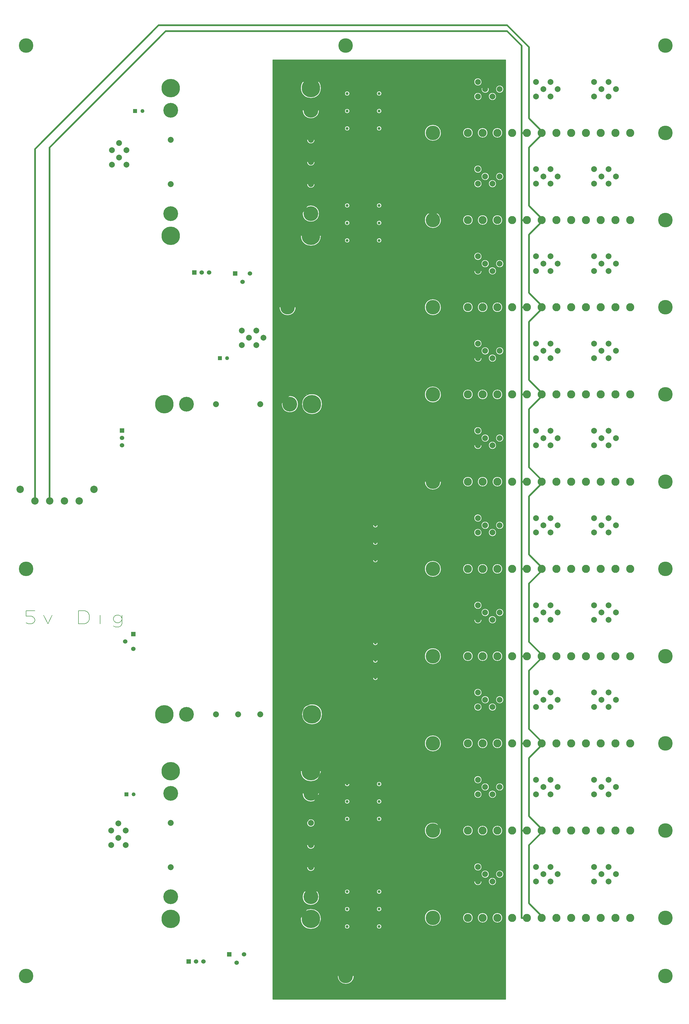
<source format=gbr>
%FSLAX23Y23*%
%MOIN*%
G04 EasyPC Gerber Version 18.0.6 Build 3620 *
%ADD20R,0.05200X0.05200*%
%ADD90R,0.06000X0.06000*%
%ADD16C,0.00500*%
%ADD10C,0.01200*%
%ADD102C,0.02362*%
%ADD27C,0.04000*%
%ADD21C,0.05200*%
%ADD88C,0.05906*%
%ADD91C,0.06000*%
%ADD23C,0.07874*%
%ADD18C,0.08000*%
%ADD15C,0.10000*%
%ADD96C,0.11000*%
%ADD17C,0.19685*%
%ADD19C,0.20000*%
%ADD89C,0.25000*%
X0Y0D02*
D02*
D10*
X6896Y12801D02*
X3746D01*
Y85*
X6896*
Y12801*
X3829Y9455D02*
G75*
G02X4057I114D01*
G01*
G75*
G02X3829I-114*
G01*
X3974Y8259D02*
G75*
G02Y8027J-116D01*
G01*
G75*
G02Y8259J116*
G01*
X4117Y1171D02*
G75*
G02X4399I141D01*
G01*
G75*
G02X4117I-141*
G01*
Y3171D02*
G75*
G02X4399I141D01*
G01*
G75*
G02X4117I-141*
G01*
Y10423D02*
G75*
G02X4399I141D01*
G01*
G75*
G02X4117I-141*
G01*
Y12423D02*
G75*
G02X4399I141D01*
G01*
G75*
G02X4117I-141*
G01*
X4142Y1471D02*
G75*
G02X4374I116D01*
G01*
G75*
G02X4142I-116*
G01*
Y2871D02*
G75*
G02X4374I116D01*
G01*
G75*
G02X4142I-116*
G01*
Y10723D02*
G75*
G02X4374I116D01*
G01*
G75*
G02X4142I-116*
G01*
Y12123D02*
G75*
G02X4374I116D01*
G01*
G75*
G02X4142I-116*
G01*
X4202Y1871D02*
G75*
G02X4314I56D01*
G01*
G75*
G02X4202I-56*
G01*
Y2171D02*
G75*
G02X4314I56D01*
G01*
G75*
G02X4202I-56*
G01*
Y2471D02*
G75*
G02X4314I56D01*
G01*
G75*
G02X4202I-56*
G01*
Y11123D02*
G75*
G02X4314I56D01*
G01*
G75*
G02X4202I-56*
G01*
Y11423D02*
G75*
G02X4314I56D01*
G01*
G75*
G02X4202I-56*
G01*
Y11723D02*
G75*
G02X4314I56D01*
G01*
G75*
G02X4202I-56*
G01*
X4274Y4084D02*
G75*
G02Y3802J-141D01*
G01*
G75*
G02Y4084J141*
G01*
Y8284D02*
G75*
G02Y8002J-141D01*
G01*
G75*
G02Y8284J141*
G01*
X4616Y400D02*
G75*
G02X4845I114D01*
G01*
G75*
G02X4616I-114*
G01*
X4714Y1069D02*
G75*
G02X4786I36D01*
G01*
G75*
G02X4714I-36*
G01*
Y1305D02*
G75*
G02X4786I36D01*
G01*
G75*
G02X4714I-36*
G01*
Y1541D02*
G75*
G02X4786I36D01*
G01*
G75*
G02X4714I-36*
G01*
Y2526D02*
G75*
G02X4786I36D01*
G01*
G75*
G02X4714I-36*
G01*
Y2762D02*
G75*
G02X4786I36D01*
G01*
G75*
G02X4714I-36*
G01*
Y2998D02*
G75*
G02X4786I36D01*
G01*
G75*
G02X4714I-36*
G01*
Y10360D02*
G75*
G02X4786I36D01*
G01*
G75*
G02X4714I-36*
G01*
Y10597D02*
G75*
G02X4786I36D01*
G01*
G75*
G02X4714I-36*
G01*
Y10833D02*
G75*
G02X4786I36D01*
G01*
G75*
G02X4714I-36*
G01*
Y11876D02*
G75*
G02X4786I36D01*
G01*
G75*
G02X4714I-36*
G01*
Y12112D02*
G75*
G02X4786I36D01*
G01*
G75*
G02X4714I-36*
G01*
Y12349D02*
G75*
G02X4786I36D01*
G01*
G75*
G02X4714I-36*
G01*
X5096Y4435D02*
G75*
G02X5168I36D01*
G01*
G75*
G02X5096I-36*
G01*
Y4671D02*
G75*
G02X5168I36D01*
G01*
G75*
G02X5096I-36*
G01*
Y4908D02*
G75*
G02X5168I36D01*
G01*
G75*
G02X5096I-36*
G01*
Y6030D02*
G75*
G02X5168I36D01*
G01*
G75*
G02X5096I-36*
G01*
Y6266D02*
G75*
G02X5168I36D01*
G01*
G75*
G02X5096I-36*
G01*
Y6502D02*
G75*
G02X5168I36D01*
G01*
G75*
G02X5096I-36*
G01*
X5147Y1069D02*
G75*
G02X5219I36D01*
G01*
G75*
G02X5147I-36*
G01*
Y1305D02*
G75*
G02X5219I36D01*
G01*
G75*
G02X5147I-36*
G01*
Y1541D02*
G75*
G02X5219I36D01*
G01*
G75*
G02X5147I-36*
G01*
Y2526D02*
G75*
G02X5219I36D01*
G01*
G75*
G02X5147I-36*
G01*
Y2762D02*
G75*
G02X5219I36D01*
G01*
G75*
G02X5147I-36*
G01*
Y2998D02*
G75*
G02X5219I36D01*
G01*
G75*
G02X5147I-36*
G01*
Y10360D02*
G75*
G02X5219I36D01*
G01*
G75*
G02X5147I-36*
G01*
Y10597D02*
G75*
G02X5219I36D01*
G01*
G75*
G02X5147I-36*
G01*
Y10833D02*
G75*
G02X5219I36D01*
G01*
G75*
G02X5147I-36*
G01*
Y11876D02*
G75*
G02X5219I36D01*
G01*
G75*
G02X5147I-36*
G01*
Y12112D02*
G75*
G02X5219I36D01*
G01*
G75*
G02X5147I-36*
G01*
Y12349D02*
G75*
G02X5219I36D01*
G01*
G75*
G02X5147I-36*
G01*
X5797Y1187D02*
G75*
G02X6026I114D01*
G01*
G75*
G02X5797I-114*
G01*
Y2368D02*
G75*
G02X6026I114D01*
G01*
G75*
G02X5797I-114*
G01*
Y3549D02*
G75*
G02X6026I114D01*
G01*
G75*
G02X5797I-114*
G01*
Y4730D02*
G75*
G02X6026I114D01*
G01*
G75*
G02X5797I-114*
G01*
Y5912D02*
G75*
G02X6026I114D01*
G01*
G75*
G02X5797I-114*
G01*
Y7093D02*
G75*
G02X6026I114D01*
G01*
G75*
G02X5797I-114*
G01*
Y8274D02*
G75*
G02X6026I114D01*
G01*
G75*
G02X5797I-114*
G01*
Y9455D02*
G75*
G02X6026I114D01*
G01*
G75*
G02X5797I-114*
G01*
Y10636D02*
G75*
G02X6026I114D01*
G01*
G75*
G02X5797I-114*
G01*
Y11817D02*
G75*
G02X6026I114D01*
G01*
G75*
G02X5797I-114*
G01*
X6386Y1116D02*
G75*
G02Y1258J71D01*
G01*
G75*
G02Y1116J-71*
G01*
Y2297D02*
G75*
G02Y2439J71D01*
G01*
G75*
G02Y2297J-71*
G01*
Y3478D02*
G75*
G02Y3620J71D01*
G01*
G75*
G02Y3478J-71*
G01*
Y4659D02*
G75*
G02Y4801J71D01*
G01*
G75*
G02Y4659J-71*
G01*
Y5841D02*
G75*
G02Y5983J71D01*
G01*
G75*
G02Y5841J-71*
G01*
Y7022D02*
G75*
G02Y7164J71D01*
G01*
G75*
G02Y7022J-71*
G01*
Y8203D02*
G75*
G02Y8345J71D01*
G01*
G75*
G02Y8203J-71*
G01*
Y9384D02*
G75*
G02Y9526J71D01*
G01*
G75*
G02Y9384J-71*
G01*
Y10565D02*
G75*
G02Y10707J71D01*
G01*
G75*
G02Y10565J-71*
G01*
Y11746D02*
G75*
G02Y11888J71D01*
G01*
G75*
G02Y11746J-71*
G01*
X6466Y1679D02*
G75*
G02X6577I55D01*
G01*
G75*
G02X6466I-55*
G01*
Y1876D02*
G75*
G02X6577I55D01*
G01*
G75*
G02X6466I-55*
G01*
Y2860D02*
G75*
G02X6577I55D01*
G01*
G75*
G02X6466I-55*
G01*
Y3057D02*
G75*
G02X6577I55D01*
G01*
G75*
G02X6466I-55*
G01*
Y4041D02*
G75*
G02X6577I55D01*
G01*
G75*
G02X6466I-55*
G01*
Y4238D02*
G75*
G02X6577I55D01*
G01*
G75*
G02X6466I-55*
G01*
Y5223D02*
G75*
G02X6577I55D01*
G01*
G75*
G02X6466I-55*
G01*
Y5419D02*
G75*
G02X6577I55D01*
G01*
G75*
G02X6466I-55*
G01*
Y6404D02*
G75*
G02X6577I55D01*
G01*
G75*
G02X6466I-55*
G01*
Y6600D02*
G75*
G02X6577I55D01*
G01*
G75*
G02X6466I-55*
G01*
Y7585D02*
G75*
G02X6577I55D01*
G01*
G75*
G02X6466I-55*
G01*
Y7782D02*
G75*
G02X6577I55D01*
G01*
G75*
G02X6466I-55*
G01*
Y8766D02*
G75*
G02X6577I55D01*
G01*
G75*
G02X6466I-55*
G01*
Y8963D02*
G75*
G02X6577I55D01*
G01*
G75*
G02X6466I-55*
G01*
Y9947D02*
G75*
G02X6577I55D01*
G01*
G75*
G02X6466I-55*
G01*
Y10144D02*
G75*
G02X6577I55D01*
G01*
G75*
G02X6466I-55*
G01*
Y11128D02*
G75*
G02X6577I55D01*
G01*
G75*
G02X6466I-55*
G01*
Y11325D02*
G75*
G02X6577I55D01*
G01*
G75*
G02X6466I-55*
G01*
Y12309D02*
G75*
G02X6577I55D01*
G01*
G75*
G02X6466I-55*
G01*
Y12506D02*
G75*
G02X6577I55D01*
G01*
G75*
G02X6466I-55*
G01*
X6565Y1778D02*
G75*
G02X6676I55D01*
G01*
G75*
G02X6565I-55*
G01*
Y2959D02*
G75*
G02X6676I55D01*
G01*
G75*
G02X6565I-55*
G01*
Y4140D02*
G75*
G02X6676I55D01*
G01*
G75*
G02X6565I-55*
G01*
Y5321D02*
G75*
G02X6676I55D01*
G01*
G75*
G02X6565I-55*
G01*
Y6502D02*
G75*
G02X6676I55D01*
G01*
G75*
G02X6565I-55*
G01*
Y7683D02*
G75*
G02X6676I55D01*
G01*
G75*
G02X6565I-55*
G01*
Y8864D02*
G75*
G02X6676I55D01*
G01*
G75*
G02X6565I-55*
G01*
Y10045D02*
G75*
G02X6676I55D01*
G01*
G75*
G02X6565I-55*
G01*
Y11226D02*
G75*
G02X6676I55D01*
G01*
G75*
G02X6565I-55*
G01*
Y12408D02*
G75*
G02X6676I55D01*
G01*
G75*
G02X6565I-55*
G01*
X6586Y1116D02*
G75*
G02Y1258J71D01*
G01*
G75*
G02Y1116J-71*
G01*
Y2297D02*
G75*
G02Y2439J71D01*
G01*
G75*
G02Y2297J-71*
G01*
Y3478D02*
G75*
G02Y3620J71D01*
G01*
G75*
G02Y3478J-71*
G01*
Y4659D02*
G75*
G02Y4801J71D01*
G01*
G75*
G02Y4659J-71*
G01*
Y5841D02*
G75*
G02Y5983J71D01*
G01*
G75*
G02Y5841J-71*
G01*
Y7022D02*
G75*
G02Y7164J71D01*
G01*
G75*
G02Y7022J-71*
G01*
Y8203D02*
G75*
G02Y8345J71D01*
G01*
G75*
G02Y8203J-71*
G01*
Y9384D02*
G75*
G02Y9526J71D01*
G01*
G75*
G02Y9384J-71*
G01*
Y10565D02*
G75*
G02Y10707J71D01*
G01*
G75*
G02Y10565J-71*
G01*
Y11746D02*
G75*
G02Y11888J71D01*
G01*
G75*
G02Y11746J-71*
G01*
X6663Y1679D02*
G75*
G02X6774I55D01*
G01*
G75*
G02X6663I-55*
G01*
Y2860D02*
G75*
G02X6774I55D01*
G01*
G75*
G02X6663I-55*
G01*
Y4041D02*
G75*
G02X6774I55D01*
G01*
G75*
G02X6663I-55*
G01*
Y5223D02*
G75*
G02X6774I55D01*
G01*
G75*
G02X6663I-55*
G01*
Y6404D02*
G75*
G02X6774I55D01*
G01*
G75*
G02X6663I-55*
G01*
Y7585D02*
G75*
G02X6774I55D01*
G01*
G75*
G02X6663I-55*
G01*
Y8766D02*
G75*
G02X6774I55D01*
G01*
G75*
G02X6663I-55*
G01*
Y9947D02*
G75*
G02X6774I55D01*
G01*
G75*
G02X6663I-55*
G01*
Y11128D02*
G75*
G02X6774I55D01*
G01*
G75*
G02X6663I-55*
G01*
Y12309D02*
G75*
G02X6774I55D01*
G01*
G75*
G02X6663I-55*
G01*
X6762Y1778D02*
G75*
G02X6872I55D01*
G01*
G75*
G02X6762I-55*
G01*
Y2959D02*
G75*
G02X6872I55D01*
G01*
G75*
G02X6762I-55*
G01*
Y4140D02*
G75*
G02X6872I55D01*
G01*
G75*
G02X6762I-55*
G01*
Y5321D02*
G75*
G02X6872I55D01*
G01*
G75*
G02X6762I-55*
G01*
Y6502D02*
G75*
G02X6872I55D01*
G01*
G75*
G02X6762I-55*
G01*
Y7683D02*
G75*
G02X6872I55D01*
G01*
G75*
G02X6762I-55*
G01*
Y8864D02*
G75*
G02X6872I55D01*
G01*
G75*
G02X6762I-55*
G01*
Y10045D02*
G75*
G02X6872I55D01*
G01*
G75*
G02X6762I-55*
G01*
Y11226D02*
G75*
G02X6872I55D01*
G01*
G75*
G02X6762I-55*
G01*
Y12408D02*
G75*
G02X6872I55D01*
G01*
G75*
G02X6762I-55*
G01*
X6786Y1116D02*
G75*
G02Y1258J71D01*
G01*
G75*
G02Y1116J-71*
G01*
Y2297D02*
G75*
G02Y2439J71D01*
G01*
G75*
G02Y2297J-71*
G01*
Y3478D02*
G75*
G02Y3620J71D01*
G01*
G75*
G02Y3478J-71*
G01*
Y4659D02*
G75*
G02Y4801J71D01*
G01*
G75*
G02Y4659J-71*
G01*
Y5841D02*
G75*
G02Y5983J71D01*
G01*
G75*
G02Y5841J-71*
G01*
Y7022D02*
G75*
G02Y7164J71D01*
G01*
G75*
G02Y7022J-71*
G01*
Y8203D02*
G75*
G02Y8345J71D01*
G01*
G75*
G02Y8203J-71*
G01*
Y9384D02*
G75*
G02Y9526J71D01*
G01*
G75*
G02Y9384J-71*
G01*
Y10565D02*
G75*
G02Y10707J71D01*
G01*
G75*
G02Y10565J-71*
G01*
Y11746D02*
G75*
G02Y11888J71D01*
G01*
G75*
G02Y11746J-71*
G01*
X3746Y9455D02*
G36*
Y8963D01*
X6466*
G75*
G02X6577I55*
G01*
X6896*
Y9455*
X6857*
G75*
G02X6786Y9384I-71*
G01*
G75*
G02X6715Y9455J71*
G01*
X6657*
G75*
G02X6586Y9384I-71*
G01*
G75*
G02X6515Y9455J71*
G01*
X6457*
G75*
G02X6386Y9384I-71*
G01*
G75*
G02X6315Y9455J71*
G01*
X6026*
G75*
G02X5797I-114*
G01*
X4057*
G75*
G02X3829I-114*
G01*
X3746*
G37*
X3829D02*
G36*
G75*
G02X4057I114D01*
G01*
X5797*
G75*
G02X6026I114*
G01*
X6315*
G75*
G02X6386Y9526I71*
G01*
G75*
G02X6457Y9455J-71*
G01*
X6515*
G75*
G02X6586Y9526I71*
G01*
G75*
G02X6657Y9455J-71*
G01*
X6715*
G75*
G02X6786Y9526I71*
G01*
G75*
G02X6857Y9455J-71*
G01*
X6896*
Y9947*
X6774*
G75*
G02X6663I-55*
G01*
X6577*
G75*
G02X6466I-55*
G01*
X3746*
Y9455*
X3829*
G37*
X3746Y8143D02*
G36*
Y7782D01*
X6466*
G75*
G02X6577I55*
G01*
X6896*
Y8143*
X4415*
G75*
G02X4274Y8002I-141*
G01*
G75*
G02X4133Y8143J141*
G01*
X4090*
G75*
G02X3974Y8027I-116*
G01*
G75*
G02X3858Y8143J116*
G01*
X3746*
G37*
X3858D02*
G36*
G75*
G02X3974Y8259I116D01*
G01*
G75*
G02X4090Y8143J-116*
G01*
X4133*
G75*
G02X4221Y8274I141*
G01*
X3746*
Y8143*
X3858*
G37*
X6896D02*
G36*
Y8274D01*
X6857*
G75*
G02X6786Y8203I-71*
G01*
G75*
G02X6715Y8274J71*
G01*
X6657*
G75*
G02X6586Y8203I-71*
G01*
G75*
G02X6515Y8274J71*
G01*
X6457*
G75*
G02X6386Y8203I-71*
G01*
G75*
G02X6315Y8274J71*
G01*
X6026*
G75*
G02X5797I-114*
G01*
X4327*
G75*
G02X4415Y8143I-53J-131*
G01*
X6896*
G37*
X3746Y1171D02*
G36*
Y1069D01*
X4161*
G75*
G02X4117Y1171I97J102*
G01*
X3746*
G37*
X4117D02*
G36*
G75*
G02X4214Y1305I141D01*
G01*
X3746*
Y1171*
X4117*
G37*
X4399D02*
G36*
G75*
G02X4355Y1069I-141D01*
G01*
X4714*
G75*
G02X4786I36*
G01*
X5147*
G75*
G02X5219I36*
G01*
X6896*
Y1171*
X6856*
G75*
G02X6786Y1116I-69J16*
G01*
G75*
G02X6717Y1171J71*
G01*
X6656*
G75*
G02X6586Y1116I-69J16*
G01*
G75*
G02X6517Y1171J71*
G01*
X6456*
G75*
G02X6386Y1116I-69J16*
G01*
G75*
G02X6317Y1171J71*
G01*
X6025*
G75*
G02X5798I-113J16*
G01*
X4399*
G37*
X5798D02*
G36*
G75*
G02X5797Y1187I113J16D01*
G01*
G75*
G02X6026I114*
G01*
G75*
G02X6025Y1171I-114J0*
G01*
X6317*
G75*
G02X6386Y1258I69J16*
G01*
G75*
G02X6456Y1171J-71*
G01*
X6517*
G75*
G02X6586Y1258I69J16*
G01*
G75*
G02X6656Y1171J-71*
G01*
X6717*
G75*
G02X6786Y1258I69J16*
G01*
G75*
G02X6856Y1171J-71*
G01*
X6896*
Y1305*
X5219*
G75*
G02X5147I-36*
G01*
X4786*
G75*
G02X4714I-36*
G01*
X4302*
G75*
G02X4399Y1171I-44J-134*
G01*
X5798*
G37*
X3746Y3171D02*
G36*
Y3057D01*
X4175*
G75*
G02X4117Y3171I83J114*
G01*
X3746*
G37*
X4117D02*
G36*
G75*
G02X4399I141D01*
G01*
X6896*
Y3549*
X6857*
G75*
G02X6786Y3478I-71*
G01*
G75*
G02X6715Y3549J71*
G01*
X6657*
G75*
G02X6586Y3478I-71*
G01*
G75*
G02X6515Y3549J71*
G01*
X6457*
G75*
G02X6386Y3478I-71*
G01*
G75*
G02X6315Y3549J71*
G01*
X6026*
G75*
G02X5797I-114*
G01*
X3746*
Y3171*
X4117*
G37*
X4399D02*
G36*
G75*
G02X4341Y3057I-141D01*
G01*
X6466*
G75*
G02X6577I55*
G01*
X6896*
Y3171*
X4399*
G37*
X3746Y10423D02*
G36*
Y10360D01*
X4132*
G75*
G02X4117Y10423I126J63*
G01*
X3746*
G37*
X4117D02*
G36*
G75*
G02X4399I141D01*
G01*
X6896*
Y10597*
X6845*
G75*
G02X6786Y10565I-59J39*
G01*
G75*
G02X6727Y10597J71*
G01*
X6645*
G75*
G02X6586Y10565I-59J39*
G01*
G75*
G02X6527Y10597J71*
G01*
X6445*
G75*
G02X6386Y10565I-59J39*
G01*
G75*
G02X6327Y10597J71*
G01*
X6019*
G75*
G02X5804I-107J39*
G01*
X5219*
G75*
G02X5147I-36*
G01*
X4786*
G75*
G02X4714I-36*
G01*
X3746*
Y10423*
X4117*
G37*
X4399D02*
G36*
G75*
G02X4384Y10360I-141J0D01*
G01*
X4714*
G75*
G02X4786I36*
G01*
X5147*
G75*
G02X5219I36*
G01*
X6896*
Y10423*
X4399*
G37*
X3746Y12423D02*
G36*
Y12349D01*
X4138*
G75*
G02X4117Y12423I120J75*
G01*
X3746*
G37*
X4117D02*
G36*
G75*
G02X4144Y12506I141D01*
G01*
X3746*
Y12423*
X4117*
G37*
X4399D02*
G36*
G75*
G02X4377Y12349I-141J0D01*
G01*
X4714*
G75*
G02X4786I36*
G01*
X5147*
G75*
G02X5219I36*
G01*
X6483*
G75*
G02X6561I39J-39*
G01*
X6680*
G75*
G02X6758I39J-39*
G01*
X6896*
Y12423*
X6870*
G75*
G02X6872Y12408I-53J-16*
G01*
G75*
G02X6762I-55*
G01*
G75*
G02X6764Y12423I55*
G01*
X6673*
G75*
G02X6676Y12408I-53J-16*
G01*
G75*
G02X6565I-55*
G01*
G75*
G02X6567Y12423I55*
G01*
X4399*
G37*
X6567D02*
G36*
G75*
G02X6673I53J-16D01*
G01*
X6764*
G75*
G02X6870I53J-16*
G01*
X6896*
Y12506*
X6577*
G75*
G02X6466I-55*
G01*
X4372*
G75*
G02X4399Y12423I-114J-83*
G01*
X6567*
G37*
X3746Y1471D02*
G36*
Y1305D01*
X4214*
G75*
G02X4302I44J-134*
G01*
X4714*
G75*
G02X4786I36*
G01*
X5147*
G75*
G02X5219I36*
G01*
X6896*
Y1471*
X4374*
G75*
G02X4142I-116*
G01*
X3746*
G37*
X4142D02*
G36*
G75*
G02X4166Y1541I116J0D01*
G01*
X3746*
Y1471*
X4142*
G37*
X6896D02*
G36*
Y1541D01*
X5219*
G75*
G02X5147I-36*
G01*
X4786*
G75*
G02X4714I-36*
G01*
X4350*
G75*
G02X4374Y1471I-92J-70*
G01*
X6896*
G37*
X3746Y2871D02*
G36*
Y2762D01*
X4220*
G75*
G02X4142Y2871I38J109*
G01*
X3746*
G37*
X4142D02*
G36*
G75*
G02X4374I116D01*
G01*
X6467*
G75*
G02X6576I54J-11*
G01*
X6664*
G75*
G02X6773I54J-11*
G01*
X6896*
Y2998*
X6856*
G75*
G02X6872Y2959I-39J-39*
G01*
G75*
G02X6762I-55*
G01*
G75*
G02X6778Y2998I55*
G01*
X6659*
G75*
G02X6676Y2959I-39J-39*
G01*
G75*
G02X6565I-55*
G01*
G75*
G02X6581Y2998I55*
G01*
X5219*
G75*
G02X5147I-36*
G01*
X4786*
G75*
G02X4714I-36*
G01*
X3746*
Y2871*
X4142*
G37*
X4374D02*
G36*
G75*
G02X4296Y2762I-116D01*
G01*
X4714*
G75*
G02X4786I36*
G01*
X5147*
G75*
G02X5219I36*
G01*
X6896*
Y2871*
X6773*
G75*
G02X6774Y2860I-54J-11*
G01*
G75*
G02X6663I-55*
G01*
G75*
G02X6664Y2871I55J0*
G01*
X6576*
G75*
G02X6577Y2860I-54J-11*
G01*
G75*
G02X6466I-55*
G01*
G75*
G02X6467Y2871I55J0*
G01*
X4374*
G37*
X3746Y10723D02*
G36*
Y10597D01*
X4714*
G75*
G02X4786I36*
G01*
X5147*
G75*
G02X5219I36*
G01*
X5804*
G75*
G02X5797Y10636I107J39*
G01*
G75*
G02X5838Y10723I114*
G01*
X4374*
G75*
G02X4142I-116*
G01*
X3746*
G37*
X4142D02*
G36*
G75*
G02X4220Y10833I116D01*
G01*
X3746*
Y10723*
X4142*
G37*
X5838D02*
G36*
G75*
G02X5985I74J-87D01*
G01*
X6896*
Y10833*
X5219*
G75*
G02X5147I-36*
G01*
X4786*
G75*
G02X4714I-36*
G01*
X4296*
G75*
G02X4374Y10723I-38J-109*
G01*
X5838*
G37*
X5985D02*
G36*
G75*
G02X6026Y10636I-74J-87D01*
G01*
G75*
G02X6019Y10597I-114J0*
G01*
X6327*
G75*
G02X6386Y10707I59J39*
G01*
G75*
G02X6445Y10597J-71*
G01*
X6527*
G75*
G02X6586Y10707I59J39*
G01*
G75*
G02X6645Y10597J-71*
G01*
X6727*
G75*
G02X6786Y10707I59J39*
G01*
G75*
G02X6845Y10597J-71*
G01*
X6896*
Y10723*
X5985*
G37*
X3746Y12123D02*
G36*
Y11876D01*
X4714*
G75*
G02X4786I36*
G01*
X5147*
G75*
G02X5219I36*
G01*
X5814*
G75*
G02X6010I98J-59*
G01*
X6347*
G75*
G02X6386Y11888I39J-59*
G01*
G75*
G02X6426Y11876J-71*
G01*
X6547*
G75*
G02X6586Y11888I39J-59*
G01*
G75*
G02X6626Y11876J-71*
G01*
X6747*
G75*
G02X6786Y11888I39J-59*
G01*
G75*
G02X6826Y11876J-71*
G01*
X6896*
Y12123*
X5217*
G75*
G02X5219Y12112I-34J-11*
G01*
G75*
G02X5147I-36*
G01*
G75*
G02X5149Y12123I36J0*
G01*
X4784*
G75*
G02X4786Y12112I-34J-11*
G01*
G75*
G02X4714I-36*
G01*
G75*
G02X4716Y12123I36J0*
G01*
X4374*
G75*
G02X4142I-116*
G01*
X3746*
G37*
X4142D02*
G36*
G75*
G02X4374I116D01*
G01*
X4716*
G75*
G02X4784I34J-11*
G01*
X5149*
G75*
G02X5217I34J-11*
G01*
X6896*
Y12349*
X6758*
G75*
G02X6774Y12309I-39J-39*
G01*
G75*
G02X6663I-55*
G01*
G75*
G02X6680Y12349I55*
G01*
X6561*
G75*
G02X6577Y12309I-39J-39*
G01*
G75*
G02X6466I-55*
G01*
G75*
G02X6483Y12349I55*
G01*
X5219*
G75*
G02X5147I-36*
G01*
X4786*
G75*
G02X4714I-36*
G01*
X4377*
G75*
G02X4138I-120J75*
G01*
X3746*
Y12123*
X4142*
G37*
X3746Y1871D02*
G36*
Y1778D01*
X6565*
G75*
G02X6676I55*
G01*
X6762*
G75*
G02X6872I55*
G01*
X6896*
Y1871*
X6577*
G75*
G02X6467I-55J5*
G01*
X4314*
G75*
G02X4202I-56*
G01*
X3746*
G37*
X4202D02*
G36*
G75*
G02X4314I56D01*
G01*
X6467*
G75*
G02X6466Y1876I55J5*
G01*
G75*
G02X6577I55*
G01*
G75*
G02X6577Y1871I-55J0*
G01*
X6896*
Y2171*
X4314*
G75*
G02X4202I-56*
G01*
X3746*
Y1871*
X4202*
G37*
Y2171D02*
G36*
G75*
G02X4314I56D01*
G01*
X6896*
Y2368*
X6857*
G75*
G02X6786Y2297I-71*
G01*
G75*
G02X6715Y2368J71*
G01*
X6657*
G75*
G02X6586Y2297I-71*
G01*
G75*
G02X6515Y2368J71*
G01*
X6457*
G75*
G02X6386Y2297I-71*
G01*
G75*
G02X6315Y2368J71*
G01*
X6026*
G75*
G02X5797I-114*
G01*
X3746*
Y2171*
X4202*
G37*
X3746Y2471D02*
G36*
Y2368D01*
X5797*
G75*
G02X5862Y2471I114*
G01*
X4314*
G75*
G02X4202I-56*
G01*
X3746*
G37*
X4202D02*
G36*
G75*
G02X4244Y2526I56D01*
G01*
X3746*
Y2471*
X4202*
G37*
X5862D02*
G36*
G75*
G02X5961I50J-103D01*
G01*
X6896*
Y2526*
X5219*
G75*
G02X5147I-36*
G01*
X4786*
G75*
G02X4714I-36*
G01*
X4272*
G75*
G02X4314Y2471I-14J-54*
G01*
X5862*
G37*
X5961D02*
G36*
G75*
G02X6026Y2368I-50J-103D01*
G01*
X6315*
G75*
G02X6386Y2439I71*
G01*
G75*
G02X6457Y2368J-71*
G01*
X6515*
G75*
G02X6586Y2439I71*
G01*
G75*
G02X6657Y2368J-71*
G01*
X6715*
G75*
G02X6786Y2439I71*
G01*
G75*
G02X6857Y2368J-71*
G01*
X6896*
Y2471*
X5961*
G37*
X3746Y11123D02*
G36*
Y10833D01*
X4220*
G75*
G02X4296I38J-109*
G01*
X4714*
G75*
G02X4786I36*
G01*
X5147*
G75*
G02X5219I36*
G01*
X6896*
Y11123*
X6774*
G75*
G02X6663I-55J5*
G01*
X6577*
G75*
G02X6467I-55J5*
G01*
X4314*
G75*
G02X4202I-56*
G01*
X3746*
G37*
X4202D02*
G36*
G75*
G02X4314I56D01*
G01*
X6467*
G75*
G02X6466Y11128I55J5*
G01*
G75*
G02X6577I55*
G01*
G75*
G02X6577Y11123I-55J0*
G01*
X6663*
G75*
G02X6663Y11128I55J5*
G01*
G75*
G02X6774I55*
G01*
G75*
G02X6774Y11123I-55J0*
G01*
X6896*
Y11226*
X6872*
G75*
G02X6762I-55*
G01*
X6676*
G75*
G02X6565I-55*
G01*
X3746*
Y11123*
X4202*
G37*
X3746Y11423D02*
G36*
Y11325D01*
X6466*
G75*
G02X6577I55*
G01*
X6896*
Y11423*
X4314*
G75*
G02X4202I-56*
G01*
X3746*
G37*
X4202D02*
G36*
G75*
G02X4314I56D01*
G01*
X6896*
Y11723*
X5977*
G75*
G02X5846I-66J94*
G01*
X4314*
G75*
G02X4202I-56*
G01*
X3746*
Y11423*
X4202*
G37*
Y11723D02*
G36*
G75*
G02X4314I56D01*
G01*
X5846*
G75*
G02X5797Y11817I66J94*
G01*
G75*
G02X5814Y11876I114*
G01*
X5219*
G75*
G02X5147I-36*
G01*
X4786*
G75*
G02X4714I-36*
G01*
X3746*
Y11723*
X4202*
G37*
X6896D02*
G36*
Y11876D01*
X6826*
G75*
G02X6786Y11746I-39J-59*
G01*
G75*
G02X6747Y11876J71*
G01*
X6626*
G75*
G02X6586Y11746I-39J-59*
G01*
G75*
G02X6547Y11876J71*
G01*
X6426*
G75*
G02X6386Y11746I-39J-59*
G01*
G75*
G02X6347Y11876J71*
G01*
X6010*
G75*
G02X6026Y11817I-98J-59*
G01*
G75*
G02X5977Y11723I-114*
G01*
X6896*
G37*
X3746Y3943D02*
G36*
Y3549D01*
X5797*
G75*
G02X6026I114*
G01*
X6315*
G75*
G02X6386Y3620I71*
G01*
G75*
G02X6457Y3549J-71*
G01*
X6515*
G75*
G02X6586Y3620I71*
G01*
G75*
G02X6657Y3549J-71*
G01*
X6715*
G75*
G02X6786Y3620I71*
G01*
G75*
G02X6857Y3549J-71*
G01*
X6896*
Y3943*
X4415*
G75*
G02X4274Y3802I-141*
G01*
G75*
G02X4133Y3943J141*
G01*
X3746*
G37*
X4133D02*
G36*
G75*
G02X4173Y4041I141J0D01*
G01*
X3746*
Y3943*
X4133*
G37*
X6896D02*
G36*
Y4041D01*
X6774*
G75*
G02X6663I-55*
G01*
X6577*
G75*
G02X6466I-55*
G01*
X4375*
G75*
G02X4415Y3943I-101J-98*
G01*
X6896*
G37*
X3746Y400D02*
G36*
Y85D01*
X6896*
Y400*
X4845*
G75*
G02X4616I-114*
G01*
X3746*
G37*
X4616D02*
G36*
G75*
G02X4845I114D01*
G01*
X6896*
Y1069*
X5219*
G75*
G02X5147I-36*
G01*
X4786*
G75*
G02X4714I-36*
G01*
X4355*
G75*
G02X4161I-97J102*
G01*
X3746*
Y400*
X4616*
G37*
X4166Y1541D02*
G36*
G75*
G02X4350I92J-70D01*
G01*
X4714*
G75*
G02X4786I36*
G01*
X5147*
G75*
G02X5219I36*
G01*
X6896*
Y1679*
X6774*
G75*
G02X6663I-55*
G01*
X6577*
G75*
G02X6466I-55*
G01*
X3746*
Y1541*
X4166*
G37*
X4244Y2526D02*
G36*
G75*
G02X4272I14J-54D01*
G01*
X4714*
G75*
G02X4786I36*
G01*
X5147*
G75*
G02X5219I36*
G01*
X6896*
Y2762*
X5219*
G75*
G02X5147I-36*
G01*
X4786*
G75*
G02X4714I-36*
G01*
X4296*
G75*
G02X4220I-38J109*
G01*
X3746*
Y2526*
X4244*
G37*
X4714Y2998D02*
G36*
G75*
G02X4786I36D01*
G01*
X5147*
G75*
G02X5219I36*
G01*
X6581*
G75*
G02X6659I39J-39*
G01*
X6778*
G75*
G02X6856I39J-39*
G01*
X6896*
Y3057*
X6577*
G75*
G02X6466I-55*
G01*
X4341*
G75*
G02X4175I-83J114*
G01*
X3746*
Y2998*
X4714*
G37*
X3746Y10360D02*
G36*
Y10144D01*
X6466*
G75*
G02X6577I55*
G01*
X6896*
Y10360*
X5219*
G75*
G02X5147I-36*
G01*
X4786*
G75*
G02X4714I-36*
G01*
X4384*
G75*
G02X4132I-126J63*
G01*
X3746*
G37*
Y4435D02*
G36*
Y4238D01*
X6466*
G75*
G02X6577I55*
G01*
X6896*
Y4435*
X5168*
G75*
G02X5096I-36*
G01*
X3746*
G37*
X5096D02*
G36*
G75*
G02X5168I36D01*
G01*
X6896*
Y4671*
X6826*
G75*
G02X6786Y4659I-39J59*
G01*
G75*
G02X6747Y4671J71*
G01*
X6626*
G75*
G02X6586Y4659I-39J59*
G01*
G75*
G02X6547Y4671J71*
G01*
X6426*
G75*
G02X6386Y4659I-39J59*
G01*
G75*
G02X6347Y4671J71*
G01*
X6010*
G75*
G02X5814I-98J59*
G01*
X5168*
G75*
G02X5096I-36*
G01*
X3746*
Y4435*
X5096*
G37*
Y4671D02*
G36*
G75*
G02X5168I36D01*
G01*
X5814*
G75*
G02X5797Y4730I98J59*
G01*
G75*
G02X6026I114*
G01*
G75*
G02X6010Y4671I-114*
G01*
X6347*
G75*
G02X6386Y4801I39J59*
G01*
G75*
G02X6426Y4671J-71*
G01*
X6547*
G75*
G02X6586Y4801I39J59*
G01*
G75*
G02X6626Y4671J-71*
G01*
X6747*
G75*
G02X6786Y4801I39J59*
G01*
G75*
G02X6826Y4671J-71*
G01*
X6896*
Y4908*
X5168*
G75*
G02X5096I-36*
G01*
X3746*
Y4671*
X5096*
G37*
Y4908D02*
G36*
G75*
G02X5168I36D01*
G01*
X6896*
Y5223*
X6774*
G75*
G02X6663I-55*
G01*
X6577*
G75*
G02X6466I-55*
G01*
X3746*
Y4908*
X5096*
G37*
X3746Y6030D02*
G36*
Y5912D01*
X5797*
G75*
G02X6026I114*
G01*
X6315*
G75*
G02X6386Y5983I71*
G01*
G75*
G02X6457Y5912J-71*
G01*
X6515*
G75*
G02X6586Y5983I71*
G01*
G75*
G02X6657Y5912J-71*
G01*
X6715*
G75*
G02X6786Y5983I71*
G01*
G75*
G02X6857Y5912J-71*
G01*
X6896*
Y6030*
X5168*
G75*
G02X5096I-36*
G01*
X3746*
G37*
X5096D02*
G36*
G75*
G02X5168I36D01*
G01*
X6896*
Y6266*
X5168*
G75*
G02X5096I-36*
G01*
X3746*
Y6030*
X5096*
G37*
Y6266D02*
G36*
G75*
G02X5168I36D01*
G01*
X6896*
Y6404*
X6774*
G75*
G02X6663I-55*
G01*
X6577*
G75*
G02X6466I-55*
G01*
X3746*
Y6266*
X5096*
G37*
X3746Y6502D02*
G36*
Y6404D01*
X6466*
G75*
G02X6577I55*
G01*
X6663*
G75*
G02X6774I55*
G01*
X6896*
Y6502*
X6872*
G75*
G02X6762I-55*
G01*
X6676*
G75*
G02X6565I-55*
G01*
X5168*
G75*
G02X5096I-36*
G01*
X3746*
G37*
X5096D02*
G36*
G75*
G02X5168I36D01*
G01*
X6565*
G75*
G02X6676I55*
G01*
X6762*
G75*
G02X6872I55*
G01*
X6896*
Y6600*
X6577*
G75*
G02X6466I-55*
G01*
X3746*
Y6502*
X5096*
G37*
X3746Y5912D02*
G36*
Y5419D01*
X6466*
G75*
G02X6577I55*
G01*
X6896*
Y5912*
X6857*
G75*
G02X6786Y5841I-71*
G01*
G75*
G02X6715Y5912J71*
G01*
X6657*
G75*
G02X6586Y5841I-71*
G01*
G75*
G02X6515Y5912J71*
G01*
X6457*
G75*
G02X6386Y5841I-71*
G01*
G75*
G02X6315Y5912J71*
G01*
X6026*
G75*
G02X5797I-114*
G01*
X3746*
G37*
Y7093D02*
G36*
Y6600D01*
X6466*
G75*
G02X6577I55*
G01*
X6896*
Y7093*
X6857*
G75*
G02X6786Y7022I-71*
G01*
G75*
G02X6715Y7093J71*
G01*
X6657*
G75*
G02X6586Y7022I-71*
G01*
G75*
G02X6515Y7093J71*
G01*
X6457*
G75*
G02X6386Y7022I-71*
G01*
G75*
G02X6315Y7093J71*
G01*
X6026*
G75*
G02X5797I-114*
G01*
X3746*
G37*
X5797D02*
G36*
G75*
G02X6026I114D01*
G01*
X6315*
G75*
G02X6386Y7164I71*
G01*
G75*
G02X6457Y7093J-71*
G01*
X6515*
G75*
G02X6586Y7164I71*
G01*
G75*
G02X6657Y7093J-71*
G01*
X6715*
G75*
G02X6786Y7164I71*
G01*
G75*
G02X6857Y7093J-71*
G01*
X6896*
Y7585*
X6774*
G75*
G02X6663I-55*
G01*
X6577*
G75*
G02X6466I-55*
G01*
X3746*
Y7093*
X5797*
G37*
X4221Y8274D02*
G36*
G75*
G02X4274Y8284I53J-131D01*
G01*
G75*
G02X4327Y8274J-141*
G01*
X5797*
G75*
G02X6026I114*
G01*
X6315*
G75*
G02X6386Y8345I71*
G01*
G75*
G02X6457Y8274J-71*
G01*
X6515*
G75*
G02X6586Y8345I71*
G01*
G75*
G02X6657Y8274J-71*
G01*
X6715*
G75*
G02X6786Y8345I71*
G01*
G75*
G02X6857Y8274J-71*
G01*
X6896*
Y8766*
X6774*
G75*
G02X6663I-55*
G01*
X6577*
G75*
G02X6466I-55*
G01*
X3746*
Y8274*
X4221*
G37*
X6466Y1679D02*
G36*
G75*
G02X6577I55D01*
G01*
X6663*
G75*
G02X6774I55*
G01*
X6896*
Y1778*
X6872*
G75*
G02X6762I-55*
G01*
X6676*
G75*
G02X6565I-55*
G01*
X3746*
Y1679*
X6466*
G37*
X4173Y4041D02*
G36*
G75*
G02X4274Y4084I101J-98D01*
G01*
G75*
G02X4375Y4041J-141*
G01*
X6466*
G75*
G02X6577I55*
G01*
X6663*
G75*
G02X6774I55*
G01*
X6896*
Y4140*
X6872*
G75*
G02X6762I-55*
G01*
X6676*
G75*
G02X6565I-55*
G01*
X3746*
Y4041*
X4173*
G37*
X3746Y4238D02*
G36*
Y4140D01*
X6565*
G75*
G02X6676I55*
G01*
X6762*
G75*
G02X6872I55*
G01*
X6896*
Y4238*
X6577*
G75*
G02X6466I-55*
G01*
X3746*
G37*
X6466Y5223D02*
G36*
G75*
G02X6577I55D01*
G01*
X6663*
G75*
G02X6774I55*
G01*
X6896*
Y5321*
X6872*
G75*
G02X6762I-55*
G01*
X6676*
G75*
G02X6565I-55*
G01*
X3746*
Y5223*
X6466*
G37*
X3746Y5419D02*
G36*
Y5321D01*
X6565*
G75*
G02X6676I55*
G01*
X6762*
G75*
G02X6872I55*
G01*
X6896*
Y5419*
X6577*
G75*
G02X6466I-55*
G01*
X3746*
G37*
X6466Y7585D02*
G36*
G75*
G02X6577I55D01*
G01*
X6663*
G75*
G02X6774I55*
G01*
X6896*
Y7683*
X6872*
G75*
G02X6762I-55*
G01*
X6676*
G75*
G02X6565I-55*
G01*
X3746*
Y7585*
X6466*
G37*
X3746Y7782D02*
G36*
Y7683D01*
X6565*
G75*
G02X6676I55*
G01*
X6762*
G75*
G02X6872I55*
G01*
X6896*
Y7782*
X6577*
G75*
G02X6466I-55*
G01*
X3746*
G37*
X6466Y8766D02*
G36*
G75*
G02X6577I55D01*
G01*
X6663*
G75*
G02X6774I55*
G01*
X6896*
Y8864*
X6872*
G75*
G02X6762I-55*
G01*
X6676*
G75*
G02X6565I-55*
G01*
X3746*
Y8766*
X6466*
G37*
X3746Y8963D02*
G36*
Y8864D01*
X6565*
G75*
G02X6676I55*
G01*
X6762*
G75*
G02X6872I55*
G01*
X6896*
Y8963*
X6577*
G75*
G02X6466I-55*
G01*
X3746*
G37*
X6466Y9947D02*
G36*
G75*
G02X6577I55D01*
G01*
X6663*
G75*
G02X6774I55*
G01*
X6896*
Y10045*
X6872*
G75*
G02X6762I-55*
G01*
X6676*
G75*
G02X6565I-55*
G01*
X3746*
Y9947*
X6466*
G37*
X3746Y10144D02*
G36*
Y10045D01*
X6565*
G75*
G02X6676I55*
G01*
X6762*
G75*
G02X6872I55*
G01*
X6896*
Y10144*
X6577*
G75*
G02X6466I-55*
G01*
X3746*
G37*
Y11325D02*
G36*
Y11226D01*
X6565*
G75*
G02X6676I55*
G01*
X6762*
G75*
G02X6872I55*
G01*
X6896*
Y11325*
X6577*
G75*
G02X6466I-55*
G01*
X3746*
G37*
X4144Y12506D02*
G36*
G75*
G02X4372I114J-83D01*
G01*
X6466*
G75*
G02X6577I55*
G01*
X6896*
Y12801*
X3746*
Y12506*
X4144*
G37*
D02*
D15*
X318Y6990D03*
X518Y6833D03*
X718D03*
X918D03*
X1118D03*
X1318Y6990D03*
D02*
D16*
X400Y5183D02*
X429Y5168D01*
X474*
X503Y5183*
X518Y5213*
Y5227*
X503Y5257*
X474Y5272*
X400*
Y5346*
X518*
X636Y5287D02*
X695Y5168D01*
X754Y5287*
X1108Y5168D02*
Y5346D01*
X1197*
X1226Y5331*
X1241Y5316*
X1256Y5287*
Y5227*
X1241Y5198*
X1226Y5183*
X1197Y5168*
X1108*
X1404D02*
Y5287D01*
Y5331D02*
X1699Y5242*
X1684Y5272D01*
X1655Y5287*
X1625*
X1596Y5272*
X1581Y5242*
Y5227*
X1596Y5198*
X1625Y5183*
X1655*
X1684Y5198*
X1699Y5227*
Y5287D02*
Y5168D01*
X1684Y5139*
X1655Y5124*
X1610*
X1581Y5139*
D02*
D17*
X400Y400D03*
Y5912D03*
Y12998D03*
X3943Y9455D03*
X4730Y400D03*
Y12998D03*
X5912Y1187D03*
Y2368D03*
Y3549D03*
Y4730D03*
Y5912D03*
Y7093D03*
Y8274D03*
Y9455D03*
Y10636D03*
Y11817D03*
X9061Y400D03*
Y1187D03*
Y2368D03*
Y3549D03*
Y4730D03*
Y5912D03*
Y7093D03*
Y8274D03*
Y9455D03*
Y10636D03*
Y11817D03*
Y12998D03*
D02*
D18*
X2358Y1871D03*
Y2471D03*
Y11123D03*
Y11723D03*
X2974Y3943D03*
Y8143D03*
X3274Y3943D03*
X3574D03*
Y8143D03*
X4258Y1871D03*
Y2171D03*
Y2471D03*
Y11123D03*
Y11423D03*
Y11723D03*
D02*
D19*
X2358Y1471D03*
Y2871D03*
Y10723D03*
Y12123D03*
X2574Y3943D03*
Y8143D03*
X3974Y3943D03*
Y8143D03*
X4258Y1471D03*
Y2871D03*
Y10723D03*
Y12123D03*
D02*
D20*
X1758Y2860D03*
X1877Y12112D03*
X3026Y8766D03*
D02*
D21*
X1856Y2860D03*
X1975Y12112D03*
X3124Y8766D03*
D02*
D23*
X1551Y2171D03*
Y2368D03*
X1561Y11384D03*
Y11581D03*
X1650Y2270D03*
Y2467D03*
X1660Y11482D03*
Y11679D03*
X1748Y2171D03*
Y2368D03*
X1758Y11384D03*
Y11581D03*
X3321Y8943D03*
Y9140D03*
X3420Y9041D03*
X3518Y8943D03*
Y9140D03*
X3616Y9041D03*
X6522Y1679D03*
Y1876D03*
Y2860D03*
Y3057D03*
Y4041D03*
Y4238D03*
Y5223D03*
Y5419D03*
Y6404D03*
Y6600D03*
Y7585D03*
Y7782D03*
Y8766D03*
Y8963D03*
Y9947D03*
Y10144D03*
Y11128D03*
Y11325D03*
Y12309D03*
Y12506D03*
X6620Y1778D03*
Y2959D03*
Y4140D03*
Y5321D03*
Y6502D03*
Y7683D03*
Y8864D03*
Y10045D03*
Y11226D03*
Y12408D03*
X6719Y1679D03*
Y1876D03*
Y2860D03*
Y3057D03*
Y4041D03*
Y4238D03*
Y5223D03*
Y5419D03*
Y6404D03*
Y6600D03*
Y7585D03*
Y7782D03*
Y8766D03*
Y8963D03*
Y9947D03*
Y10144D03*
Y11128D03*
Y11325D03*
Y12309D03*
Y12506D03*
X6817Y1778D03*
Y2959D03*
Y4140D03*
Y5321D03*
Y6502D03*
Y7683D03*
Y8864D03*
Y10045D03*
Y11226D03*
Y12408D03*
X7309Y1679D03*
Y1876D03*
Y2860D03*
Y3057D03*
Y4041D03*
Y4238D03*
Y5223D03*
Y5419D03*
Y6404D03*
Y6600D03*
Y7585D03*
Y7782D03*
Y8766D03*
Y8963D03*
Y9947D03*
Y10144D03*
Y11128D03*
Y11325D03*
Y12309D03*
Y12506D03*
X7408Y1778D03*
Y2959D03*
Y4140D03*
Y5321D03*
Y6502D03*
Y7683D03*
Y8864D03*
Y10045D03*
Y11226D03*
Y12408D03*
X7506Y1679D03*
Y1876D03*
Y2860D03*
Y3057D03*
Y4041D03*
Y4238D03*
Y5223D03*
Y5419D03*
Y6404D03*
Y6600D03*
Y7585D03*
Y7782D03*
Y8766D03*
Y8963D03*
Y9947D03*
Y10144D03*
Y11128D03*
Y11325D03*
Y12309D03*
Y12506D03*
X7604Y1778D03*
Y2959D03*
Y4140D03*
Y5321D03*
Y6502D03*
Y7683D03*
Y8864D03*
Y10045D03*
Y11226D03*
Y12408D03*
X8097Y1679D03*
Y1876D03*
Y2860D03*
Y3057D03*
Y4041D03*
Y4238D03*
Y5223D03*
Y5419D03*
Y6404D03*
Y6600D03*
Y7585D03*
Y7782D03*
Y8766D03*
Y8963D03*
Y9947D03*
Y10144D03*
Y11128D03*
Y11325D03*
Y12309D03*
Y12506D03*
X8195Y1778D03*
Y2959D03*
Y4140D03*
Y5321D03*
Y6502D03*
Y7683D03*
Y8864D03*
Y10045D03*
Y11226D03*
Y12408D03*
X8293Y1679D03*
Y1876D03*
Y2860D03*
Y3057D03*
Y4041D03*
Y4238D03*
Y5223D03*
Y5419D03*
Y6404D03*
Y6600D03*
Y7585D03*
Y7782D03*
Y8766D03*
Y8963D03*
Y9947D03*
Y10144D03*
Y11128D03*
Y11325D03*
Y12309D03*
Y12506D03*
X8392Y1778D03*
Y2959D03*
Y4140D03*
Y5321D03*
Y6502D03*
Y7683D03*
Y8864D03*
Y10045D03*
Y11226D03*
Y12408D03*
D02*
D27*
X4699Y4435D03*
Y4671D03*
Y4908D03*
Y6030D03*
Y6266D03*
Y6502D03*
X4750Y1069D03*
Y1305D03*
Y1541D03*
Y2526D03*
Y2762D03*
Y2998D03*
Y10360D03*
Y10597D03*
Y10833D03*
Y11876D03*
Y12112D03*
Y12349D03*
X5132Y4435D03*
Y4671D03*
Y4908D03*
Y6030D03*
Y6266D03*
Y6502D03*
X5183Y1069D03*
Y1305D03*
Y1541D03*
Y2526D03*
Y2762D03*
Y2998D03*
Y10360D03*
Y10597D03*
Y10833D03*
Y11876D03*
Y12112D03*
Y12349D03*
D02*
D88*
X3903Y3943D02*
X3834D01*
X3974Y3873D02*
Y3803D01*
Y4013D02*
Y4083D01*
X4690Y4435D02*
X4759D01*
X4690Y4671D02*
X4759D01*
X4690Y4908D02*
X4759D01*
X4690Y6030D02*
X4759D01*
X4690Y6266D02*
X4759D01*
X4690Y6502D02*
X4759D01*
X4699Y4426D02*
Y4495D01*
Y4445D02*
Y4376D01*
Y4662D02*
Y4731D01*
Y4681D02*
Y4612D01*
Y4898D02*
Y4967D01*
Y4917D02*
Y4848D01*
Y6020D02*
Y6089D01*
Y6039D02*
Y5970D01*
Y6256D02*
Y6325D01*
Y6275D02*
Y6206D01*
Y6493D02*
Y6562D01*
Y6512D02*
Y6443D01*
X4709Y4435D02*
X4640D01*
X4709Y4671D02*
X4640D01*
X4709Y4908D02*
X4640D01*
X4709Y6030D02*
X4640D01*
X4709Y6266D02*
X4640D01*
X4709Y6502D02*
X4640D01*
X6709Y1876D02*
X6640D01*
X6709Y3057D02*
X6640D01*
X6709Y4238D02*
X6640D01*
X6709Y5419D02*
X6640D01*
X6709Y6600D02*
X6640D01*
X6709Y7782D02*
X6640D01*
X6709Y8963D02*
X6640D01*
X6709Y10144D02*
X6640D01*
X6709Y11325D02*
X6640D01*
X6709Y12506D02*
X6640D01*
X6719Y1866D02*
Y1797D01*
Y1886D02*
Y1955D01*
Y3047D02*
Y2978D01*
Y3067D02*
Y3136D01*
Y4228D02*
Y4159D01*
Y4248D02*
Y4317D01*
Y5410D02*
Y5340D01*
Y5429D02*
Y5498D01*
Y6591D02*
Y6522D01*
Y6610D02*
Y6679D01*
Y7772D02*
Y7703D01*
Y7791D02*
Y7860D01*
Y8953D02*
Y8884D01*
Y8973D02*
Y9042D01*
Y10134D02*
Y10065D01*
Y10154D02*
Y10223D01*
Y11315D02*
Y11246D01*
Y11335D02*
Y11404D01*
Y12496D02*
Y12427D01*
Y12516D02*
Y12585D01*
X6728Y1876D02*
X6797D01*
X6728Y3057D02*
X6797D01*
X6728Y4238D02*
X6797D01*
X6728Y5419D02*
X6797D01*
X6728Y6600D02*
X6797D01*
X6728Y7782D02*
X6797D01*
X6728Y8963D02*
X6797D01*
X6728Y10144D02*
X6797D01*
X6728Y11325D02*
X6797D01*
X6728Y12506D02*
X6797D01*
D02*
D89*
X2274Y3943D03*
Y8143D03*
X2358Y1171D03*
Y3171D03*
Y10423D03*
Y12423D03*
X4258Y1171D03*
Y3171D03*
Y10423D03*
Y12423D03*
X4274Y3943D03*
Y8143D03*
D02*
D90*
X1699Y7785D03*
X1853Y5029D03*
X2601Y597D03*
X2680Y9927D03*
X3152Y692D03*
X3231Y9912D03*
D02*
D91*
X1699Y7585D03*
Y7685D03*
X1741Y4929D03*
X1853Y4829D03*
X2701Y597D03*
X2780Y9927D03*
X2801Y597D03*
X2880Y9927D03*
X3252Y580D03*
X3331Y9800D03*
X3352Y692D03*
X3431Y9912D03*
D02*
D96*
X6386Y1187D03*
Y2368D03*
Y3549D03*
Y4730D03*
Y5912D03*
Y7093D03*
Y8274D03*
Y9455D03*
Y10636D03*
Y11817D03*
X6586Y1187D03*
Y2368D03*
Y3549D03*
Y4730D03*
Y5912D03*
Y7093D03*
Y8274D03*
Y9455D03*
Y10636D03*
Y11817D03*
X6786Y1187D03*
Y2368D03*
Y3549D03*
Y4730D03*
Y5912D03*
Y7093D03*
Y8274D03*
Y9455D03*
Y10636D03*
Y11817D03*
X6986Y1187D03*
Y2368D03*
Y3549D03*
Y4730D03*
Y5912D03*
Y7093D03*
Y8274D03*
Y9455D03*
Y10636D03*
Y11817D03*
X7186Y1187D03*
Y2368D03*
Y3549D03*
Y4730D03*
Y5912D03*
Y7093D03*
Y8274D03*
Y9455D03*
Y10636D03*
Y11817D03*
X7386Y1187D03*
Y2368D03*
Y3549D03*
Y4730D03*
Y5912D03*
Y7093D03*
Y8274D03*
Y9455D03*
Y10636D03*
Y11817D03*
X7586Y1187D03*
Y2368D03*
Y3549D03*
Y4730D03*
Y5912D03*
Y7093D03*
Y8274D03*
Y9455D03*
Y10636D03*
Y11817D03*
X7786Y1187D03*
Y2368D03*
Y3549D03*
Y4730D03*
Y5912D03*
Y7093D03*
Y8274D03*
Y9455D03*
Y10636D03*
Y11817D03*
X7986Y1187D03*
Y2368D03*
Y3549D03*
Y4730D03*
Y5912D03*
Y7093D03*
Y8274D03*
Y9455D03*
Y10636D03*
Y11817D03*
X8186Y1187D03*
Y2368D03*
Y3549D03*
Y4730D03*
Y5912D03*
Y7093D03*
Y8274D03*
Y9455D03*
Y10636D03*
Y11817D03*
X8386Y1187D03*
Y2368D03*
Y3549D03*
Y4730D03*
Y5912D03*
Y7093D03*
Y8274D03*
Y9455D03*
Y10636D03*
Y11817D03*
X8586Y1187D03*
Y2368D03*
Y3549D03*
Y4730D03*
Y5912D03*
Y7093D03*
Y8274D03*
Y9455D03*
Y10636D03*
Y11817D03*
D02*
D102*
X7186Y2368D02*
X7112D01*
Y1187*
X7186*
Y3549D02*
X7112D01*
Y2368*
X7186*
Y4730D02*
X7112D01*
Y3549*
X7186*
Y5912D02*
X7112D01*
Y4730*
X7186*
Y7093D02*
X7112D01*
Y5912*
X7186*
Y8274D02*
X7112D01*
Y7093*
X7186*
Y9455D02*
X7112D01*
Y8274*
X7186*
Y10636D02*
X7112D01*
Y9455*
X7186*
Y11817D02*
X7112D01*
Y12998*
X6915Y13195*
X2289*
X715Y11620*
Y6833*
X718*
X7186Y11817D02*
X7112D01*
Y10636*
X7186*
X7386Y2368D02*
Y2347D01*
X7211Y2171*
Y1384*
X7386Y1208*
Y1187*
Y3549D02*
Y3528D01*
X7211Y3352*
Y2565*
X7386Y2389*
Y2368*
Y4730D02*
Y4709D01*
X7211Y4534*
Y3746*
X7386Y3571*
Y3549*
Y5912D02*
Y5890D01*
X7211Y5715*
Y4927*
X7386Y4752*
Y4730*
Y7093D02*
Y7071D01*
X7211Y6896*
Y6108*
X7386Y5933*
Y5912*
Y8274D02*
Y8252D01*
X7211Y8077*
Y7289*
X7386Y7114*
Y7093*
Y9455D02*
Y9434D01*
X7211Y9258*
Y8471*
X7386Y8295*
Y8274*
Y10636D02*
Y10615D01*
X7211Y10439*
Y9652*
X7386Y9476*
Y9455*
Y11817D02*
Y11838D01*
X7211Y12014*
Y12978*
X6915Y13274*
X2191*
X518Y11600*
Y6833*
X7386Y11817D02*
Y11796D01*
X7211Y11620*
Y10833*
X7386Y10657*
Y10636*
X0Y0D02*
M02*

</source>
